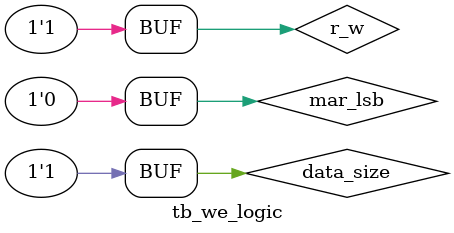
<source format=v>
`timescale 1ns / 1ps


module tb_we_logic;
//    input mar_lsb,
//    input r_w,
//    input data_size,
//    output we1,     // bits 15:8
//    output we0      // bits 7:0

    reg mar_lsb;
    reg r_w;
    reg data_size;
    
    wire we1;
    wire we0;
    
    we_logic uut (
        .mar(mar_lsb),
        .r_w(r_w),
        .data_size(data_size),
        .we1(we1),
        .we0(we0)
    );
    
    initial begin
    $display("we_logic Testbench");
    mar_lsb = 0;
    r_w = 0;
    data_size = 0;
    
    #50
    
    data_size = 0;
    mar_lsb = 0;
    r_w = 0;
    #50
    if ((we1 != 0) && (we0 != 0)) $display("Test 0 FAIL");
    
    data_size = 0;
    mar_lsb = 0;
    r_w = 1;
    #50
    if ((we1 != 0) && (we0 != 1)) $display("Test 1 FAIL");
    
    data_size = 0;
    mar_lsb = 1;
    r_w = 0;
    #50
    if ((we1 != 0) && (we0 != 0)) $display("Test 2 FAIL");
    
    data_size = 0;
    mar_lsb = 1;
    r_w = 1;
    #50
    if ((we1 != 1) && (we0 != 0)) $display("Test 3 FAIL");
    
    data_size = 1;
    mar_lsb = 0;
    r_w = 0;
    #50
    if ((we1 != 0) && (we0 != 0)) $display("Test 4 FAIL");
    
    data_size = 1;
    mar_lsb = 0;
    r_w = 1;
    #50
    if ((we1 != 1) && (we0 != 1)) $display("Test 5 FAIL");
    
    end


endmodule

</source>
